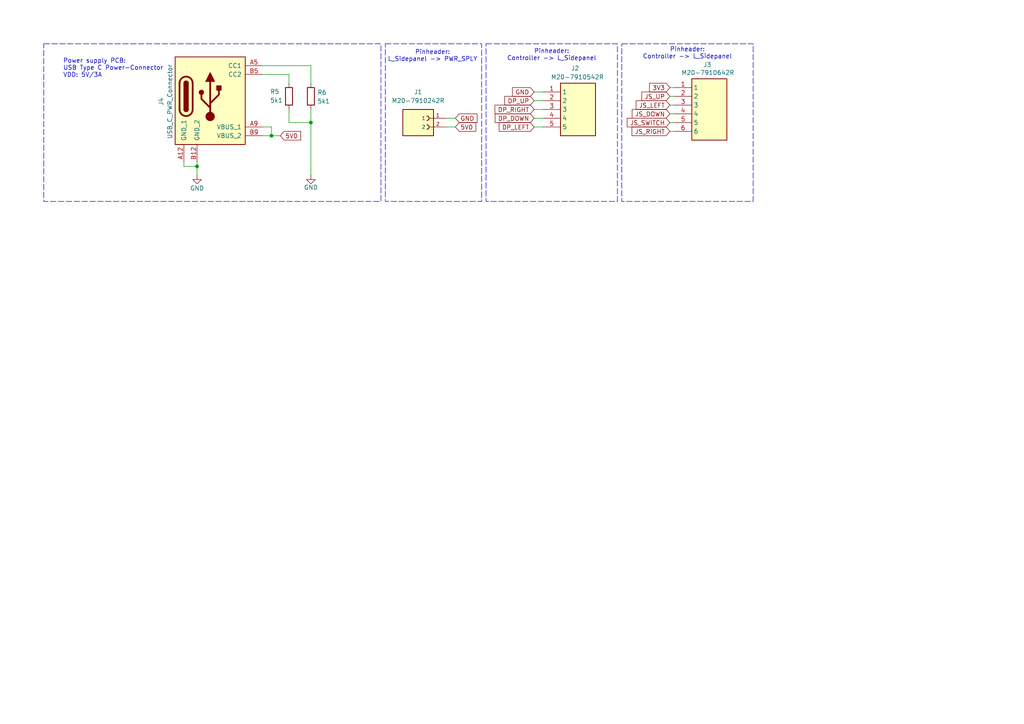
<source format=kicad_sch>
(kicad_sch (version 20250114) (generator "eeschema") (generator_version "9.0")
  (paper "A4")
  (lib_symbols
    (symbol "Device:R" (pin_numbers (hide yes)) (pin_names (offset 0))
      (property "Reference" "R" (at 2.032 0 90))
      (property "Value" "R" (at 0 0 90))
      (symbol "R_0_1"
        (rectangle (start -1.016 -2.54) (end 1.016 2.54) (stroke (width 0.254)))
      )
      (symbol "R_1_1"
        (pin passive line (at 0 3.81 270) (length 1.27) (name "~") (number "1"))
        (pin passive line (at 0 -3.81 90) (length 1.27) (name "~") (number "2"))
      )
    )
    (symbol "GND_4" (power) (pin_numbers (hide yes)) (pin_names (offset 0) (hide yes))
      (property "Value" "GND" (at 0 -3.81 0))
      (symbol "GND_4_0_1"
        (polyline (pts (xy 0 0) (xy 0 -1.27) (xy 1.27 -1.27) (xy 0 -2.54) (xy -1.27 -1.27) (xy 0 -1.27)))
      )
      (symbol "GND_4_1_1"
        (pin power_in line (at 0 0 270) (length 0) (name "~") (number "1"))
      )
    )
    (symbol "MiniArcadeLeftSidepanel:M20-7910242R" (pin_names (offset 1.016))
      (property "Reference" "J" (at -5.08 5.842 0))
      (property "Value" "M20-7910242R" (at -5.08 -5.08 0))
      (symbol "M20-7910242R_0_0"
        (rectangle (start -5.08 -2.54) (end 3.81 5.08) (stroke (width 0.254)) (fill (type background)))
        (arc (start 1.905 3.175) (mid 2.5372 2.54) (end 1.905 1.905) (stroke (width 0.254)))
        (arc (start 1.905 0.635) (mid 2.5372 0) (end 1.905 -0.635) (stroke (width 0.254)))
        (pin passive line (at 7.62 2.54 180) (length 5.08) (name "1") (number "1"))
        (pin passive line (at 7.62 0 180) (length 5.08) (name "2") (number "2"))
      )
    )
    (symbol "MiniArcadeLeftSidepanel:M20-7910542R"
      (property "Reference" "J" (at 16.51 7.62 0))
      (property "Value" "M20-7910542R" (at 16.51 5.08 0))
      (symbol "M20-7910542R_1_1"
        (rectangle (start 5.08 2.54) (end 15.24 -12.7) (stroke (width 0.254)) (fill (type background)))
        (pin passive line (at 0 0 0) (length 5.08) (name "1") (number "1"))
        (pin passive line (at 0 -2.54 0) (length 5.08) (name "2") (number "2"))
        (pin passive line (at 0 -5.08 0) (length 5.08) (name "3") (number "3"))
        (pin passive line (at 0 -7.62 0) (length 5.08) (name "4") (number "4"))
        (pin passive line (at 0 -10.16 0) (length 5.08) (name "5") (number "5"))
      )
    )
    (symbol "MiniArcadeLeftSidepanel:M20-7910642R"
      (property "Reference" "J" (at 16.51 7.62 0))
      (property "Value" "M20-7910642R" (at 16.51 5.08 0))
      (symbol "M20-7910642R_1_1"
        (rectangle (start 5.08 2.54) (end 15.24 -15.24) (stroke (width 0.254)) (fill (type background)))
        (pin passive line (at 0 0 0) (length 5.08) (name "1") (number "1"))
        (pin passive line (at 0 -2.54 0) (length 5.08) (name "2") (number "2"))
        (pin passive line (at 0 -5.08 0) (length 5.08) (name "3") (number "3"))
        (pin passive line (at 0 -7.62 0) (length 5.08) (name "4") (number "4"))
        (pin passive line (at 0 -10.16 0) (length 5.08) (name "5") (number "5"))
        (pin passive line (at 0 -12.7 0) (length 5.08) (name "6") (number "6"))
      )
    )
    (symbol "MiniArcadePwrSupply:USB_C_PWR_CONNECTOR" (pin_names (offset 1.016))
      (property "Reference" "J" (at 0 17.526 0))
      (property "Value" "USB_C_PWR_Connector" (at 0 14.986 0))
      (symbol "USB_C_PWR_CONNECTOR_0_1"
        (rectangle (start -10.16 13.97) (end 10.16 -11.43) (stroke (width 0.254)) (fill (type background)))
        (polyline (pts (xy -8.89 -1.27) (xy -8.89 6.35)) (stroke (width 0.508)))
        (rectangle (start -7.62 -1.27) (end -6.35 6.35) (stroke (width 0.254)) (fill (type outline)))
        (arc (start -7.62 6.35) (mid -6.985 6.9823) (end -6.35 6.35) (stroke (width 0.254)))
        (arc (start -7.62 6.35) (mid -6.985 6.9823) (end -6.35 6.35) (stroke (width 0.254)) (fill (type outline)))
        (arc (start -8.89 6.35) (mid -6.985 8.2467) (end -5.08 6.35) (stroke (width 0.508)))
        (arc (start -5.08 -1.27) (mid -6.985 -3.1667) (end -8.89 -1.27) (stroke (width 0.508)))
        (arc (start -6.35 -1.27) (mid -6.985 -1.9023) (end -7.62 -1.27) (stroke (width 0.254)))
        (arc (start -6.35 -1.27) (mid -6.985 -1.9023) (end -7.62 -1.27) (stroke (width 0.254)) (fill (type outline)))
        (polyline (pts (xy -5.08 6.35) (xy -5.08 -1.27)) (stroke (width 0.508)))
        (circle (center -2.54 3.683) (radius 0.635) (stroke (width 0.254)) (fill (type outline)))
        (polyline (pts (xy -1.27 6.858) (xy 0 9.398) (xy 1.27 6.858) (xy -1.27 6.858)) (stroke (width 0.254)) (fill (type outline)))
        (polyline (pts (xy 0 0.508) (xy 2.54 3.048) (xy 2.54 4.318)) (stroke (width 0.508)))
        (polyline (pts (xy 0 -0.762) (xy -2.54 1.778) (xy -2.54 3.048)) (stroke (width 0.508)))
        (polyline (pts (xy 0 -3.302) (xy 0 6.858)) (stroke (width 0.508)))
        (circle (center 0 -3.302) (radius 1.27) (fill (type outline)))
        (rectangle (start 1.905 4.318) (end 3.175 5.588) (stroke (width 0.254)) (fill (type outline)))
      )
      (symbol "USB_C_PWR_CONNECTOR_1_1"
        (pin passive line (at -7.62 -16.51 90) (length 5.08) (name "GND_1") (number "A12"))
        (pin passive line (at -3.81 -16.51 90) (length 5.08) (name "GND_2") (number "B12"))
        (pin bidirectional line (at 15.24 11.43 180) (length 5.08) (name "CC1") (number "A5"))
        (pin bidirectional line (at 15.24 8.89 180) (length 5.08) (name "CC2") (number "B5"))
        (pin passive line (at 15.24 -6.35 180) (length 5.08) (name "VBUS_1") (number "A9"))
        (pin passive line (at 15.24 -8.89 180) (length 5.08) (name "VBUS_2") (number "B9"))
      )
    )
    (symbol "power:GND" (power) (pin_names (offset 0))
      (property "Value" "GND" (at 0 -3.81 0))
      (symbol "GND_0_1"
        (polyline (pts (xy 0 0) (xy 0 -1.27) (xy 1.27 -1.27) (xy 0 -2.54) (xy -1.27 -1.27) (xy 0 -1.27)))
      )
      (symbol "GND_1_1"
        (pin power_in line (at 0 0 270) (length 0) (hide yes) (name "GND") (number "1"))
      )
    )
  )
  (rectangle (start 12.7 12.7) (end 110.49 58.42) (stroke (width 0) (type dash)))
  (rectangle (start 140.97 12.7) (end 179.07 58.42) (stroke (width 0) (type dash)))
  (rectangle (start 111.76 12.7) (end 139.7 58.42) (stroke (width 0) (type dash)))
  (rectangle (start 180.34 12.7) (end 218.44 58.42) (stroke (width 0) (type dash)))
  (text "Pinheader:\nController -> L_Sidepanel\n\n" (at 160.02 17.018 0) (effects (font (size 1.27 1.27))))
  (text "Pinheader:\nL_Sidepanel -> PWR_SPLY\n\n" (at 125.476 17.272 0) (effects (font (size 1.27 1.27))))
  (text "Pinheader:\nController -> L_Sidepanel\n\n" (at 199.39 16.51 0) (effects (font (size 1.27 1.27))))
  (text "Power supply PCB:\nUSB Type C Power-Connector\nVDD: 5V/3A" (at 18.288 22.606 0) (effects (font (size 1.27 1.27)) (justify left bottom)))
  (junction (at 57.15 48.26))
  (junction (at 90.17 35.56))
  (junction (at 78.74 39.37))
  (wire (pts (xy 83.82 31.75) (xy 83.82 35.56)))
  (wire (pts (xy 76.2 19.05) (xy 90.17 19.05)))
  (wire (pts (xy 194.31 30.48) (xy 195.58 30.48)))
  (wire (pts (xy 76.2 21.59) (xy 83.82 21.59)))
  (wire (pts (xy 194.31 25.4) (xy 195.58 25.4)))
  (wire (pts (xy 83.82 21.59) (xy 83.82 24.13)))
  (wire (pts (xy 194.31 38.1) (xy 195.58 38.1)))
  (wire (pts (xy 129.54 36.83) (xy 132.08 36.83)))
  (wire (pts (xy 57.15 48.26) (xy 57.15 46.99)))
  (wire (pts (xy 76.2 39.37) (xy 78.74 39.37)))
  (wire (pts (xy 53.34 46.99) (xy 53.34 48.26)))
  (wire (pts (xy 194.31 35.56) (xy 195.58 35.56)))
  (wire (pts (xy 90.17 35.56) (xy 90.17 50.8)))
  (wire (pts (xy 154.94 36.83) (xy 157.48 36.83)))
  (wire (pts (xy 83.82 35.56) (xy 90.17 35.56)))
  (wire (pts (xy 78.74 36.83) (xy 78.74 39.37)))
  (wire (pts (xy 90.17 19.05) (xy 90.17 24.13)))
  (wire (pts (xy 154.94 31.75) (xy 157.48 31.75)))
  (wire (pts (xy 57.15 48.26) (xy 57.15 50.8)))
  (wire (pts (xy 76.2 36.83) (xy 78.74 36.83)))
  (wire (pts (xy 78.74 39.37) (xy 81.28 39.37)))
  (wire (pts (xy 154.94 34.29) (xy 157.48 34.29)))
  (wire (pts (xy 129.54 34.29) (xy 132.08 34.29)))
  (wire (pts (xy 53.34 48.26) (xy 57.15 48.26)))
  (wire (pts (xy 154.94 26.67) (xy 157.48 26.67)))
  (wire (pts (xy 154.94 29.21) (xy 157.48 29.21)))
  (wire (pts (xy 90.17 31.75) (xy 90.17 35.56)))
  (wire (pts (xy 194.31 27.94) (xy 195.58 27.94)))
  (wire (pts (xy 194.31 33.02) (xy 195.58 33.02)))
  (global_label "DP_DOWN" (shape input) (at 154.94 34.29 180) (property "Intersheetrefs" "${INTERSHEET_REFS}" (effects (hide yes))))
  (global_label "GND" (shape input) (at 154.94 26.67 180) (property "Intersheetrefs" "${INTERSHEET_REFS}" (effects (hide yes))))
  (global_label "GND" (shape input) (at 132.08 34.29 0) (property "Intersheetrefs" "${INTERSHEET_REFS}" (effects (hide yes))))
  (global_label "JS_LEFT" (shape input) (at 194.31 30.48 180) (property "Intersheetrefs" "${INTERSHEET_REFS}" (effects (hide yes))))
  (global_label "DP_LEFT" (shape input) (at 154.94 36.83 180) (property "Intersheetrefs" "${INTERSHEET_REFS}" (effects (hide yes))))
  (global_label "5V0" (shape input) (at 81.28 39.37 0) (property "Intersheetrefs" "${INTERSHEET_REFS}" (effects (hide yes))))
  (global_label "DP_UP" (shape input) (at 154.94 29.21 180) (property "Intersheetrefs" "${INTERSHEET_REFS}" (effects (hide yes))))
  (global_label "JS_UP" (shape input) (at 194.31 27.94 180) (property "Intersheetrefs" "${INTERSHEET_REFS}" (effects (hide yes))))
  (global_label "3V3" (shape input) (at 194.31 25.4 180) (property "Intersheetrefs" "${INTERSHEET_REFS}" (effects (hide yes))))
  (global_label "JS_DOWN" (shape input) (at 194.31 33.02 180) (property "Intersheetrefs" "${INTERSHEET_REFS}" (effects (hide yes))))
  (global_label "5V0" (shape input) (at 132.08 36.83 0) (property "Intersheetrefs" "${INTERSHEET_REFS}" (effects (hide yes))))
  (global_label "JS_SWITCH" (shape input) (at 194.31 35.56 180) (property "Intersheetrefs" "${INTERSHEET_REFS}" (effects (hide yes))))
  (global_label "JS_RIGHT" (shape input) (at 194.31 38.1 180) (property "Intersheetrefs" "${INTERSHEET_REFS}" (effects (hide yes))))
  (global_label "DP_RIGHT" (shape input) (at 154.94 31.75 180) (property "Intersheetrefs" "${INTERSHEET_REFS}" (effects (hide yes))))
  (symbol (lib_id "power:GND") (at 57.15 50.8 0) (unit 1)
    (property "Reference" "#PWR08" (effects (hide yes)))
    (property "Value" "GND" (at 57.15 54.61 0))
  )
  (symbol (lib_id "MiniArcadeLeftSidepanel:M20-7910542R") (at 157.48 26.67 0) (unit 1)
    (property "Reference" "J2" (at 165.608 19.812 0) (effects (justify left)))
    (property "Value" "M20-7910542R" (at 159.766 22.352 0) (effects (justify left)))
    (property "Footprint" "M207910542R" (effects (hide yes)))
    (property "Datasheet" "https://cdn.harwin.com/pdfs/M20-791R.pdf" (effects (hide yes)))
    (property "Description" "2.54mm (0.1\") Pitch SIL Horizontal SMT Socket Assembly, selective gold + tin (Tape & Reel packing), 5 contacts" (effects (hide yes)))
    (property "Height" "2.65" (effects (hide yes)))
    (property "Mouser Part Number" "855-M20-7910542R" (effects (hide yes)))
    (property "Mouser Price/Stock" "https://www.mouser.co.uk/ProductDetail/Harwin/M20-7910542R?qs=k41KVqW3ymo1Rw%252BkrmwYbQ%3D%3D" (effects (hide yes)))
    (property "Manufacturer_Name" "Harwin" (effects (hide yes)))
    (property "Manufacturer_Part_Number" "M20-7910542R" (effects (hide yes)))
  )
  (symbol (lib_id "MiniArcadePwrSupply:USB_C_PWR_CONNECTOR") (at 60.96 30.48 0) (unit 1)
    (property "Reference" "J4" (at 46.736 29.464 90))
    (property "Value" "USB_C_PWR_Connector" (at 49.276 29.464 90))
    (property "Footprint" "MiniArcadeLeftSidepanel:USB4125GFA" (effects (hide yes)))
    (property "Datasheet" "https://www.usb.org/sites/default/files/documents/usb_type-c.zip" (effects (hide yes)))
    (property "Description" "USB Power-Only 6P Type-C Receptacle connector" (effects (hide yes)))
  )
  (symbol (lib_id "Device:R") (at 83.82 27.94 0) (unit 1)
    (property "Reference" "R5" (at 78.3382 26.5685 0) (effects (justify left)))
    (property "Value" "5k1" (at 78.3382 29.1085 0) (effects (justify left)))
    (property "Footprint" "Resistor_SMD:R_0603_1608Metric_Pad0.98x0.95mm_HandSolder" (effects (hide yes)))
  )
  (symbol (lib_id "MiniArcadeLeftSidepanel:M20-7910642R") (at 195.58 25.4 0) (unit 1)
    (property "Reference" "J3" (at 203.962 18.796 0) (effects (justify left)))
    (property "Value" "M20-7910642R" (at 197.612 21.082 0) (effects (justify left)))
    (property "Footprint" "M207910642R" (effects (hide yes)))
    (property "Datasheet" "https://cdn.harwin.com/pdfs/M20-791R.pdf" (effects (hide yes)))
    (property "Description" "2.54mm (0.1\") Pitch SIL Horizontal SMT Socket Assembly, selective gold + tin (Tape & Reel packing), 6 contacts" (effects (hide yes)))
    (property "Height" "2.65" (effects (hide yes)))
    (property "Mouser Part Number" "855-M20-7910642R" (effects (hide yes)))
    (property "Mouser Price/Stock" "https://www.mouser.co.uk/ProductDetail/Harwin/M20-7910642R?qs=k41KVqW3ymovSPRowkWy%2Fg%3D%3D" (effects (hide yes)))
    (property "Manufacturer_Name" "Harwin" (effects (hide yes)))
    (property "Manufacturer_Part_Number" "M20-7910642R" (effects (hide yes)))
  )
  (symbol (lib_id "Device:R") (at 90.17 27.94 0) (unit 1)
    (property "Reference" "R6" (at 92.0542 26.8225 0) (effects (justify left)))
    (property "Value" "5k1" (at 92.0542 29.3625 0) (effects (justify left)))
    (property "Footprint" "Resistor_SMD:R_0603_1608Metric_Pad0.98x0.95mm_HandSolder" (effects (hide yes)))
  )
  (symbol (lib_name "GND_4") (lib_id "power:GND") (at 90.17 50.8 0) (unit 1)
    (property "Reference" "#PWR06" (effects (hide yes)))
    (property "Value" "GND" (at 90.17 54.356 0))
    (property "Description" "Power symbol creates a global label with name \"GND\" , ground" (effects (hide yes)))
  )
  (symbol (lib_id "MiniArcadeLeftSidepanel:M20-7910242R") (at 121.92 36.83 0) (unit 1)
    (property "Reference" "J1" (at 121.285 26.67 0))
    (property "Value" "M20-7910242R" (at 121.285 29.21 0))
    (property "Footprint" "MiniArcadeLeftSidepanel:HARWIN_M20-7910242R" (effects (hide yes)))
    (property "MF" "Harwin" (effects (hide yes)))
    (property "MAXIMUM_PACKAGE_HEIGHT" "2.65mm" (effects (hide yes)))
    (property "Package" "None" (effects (hide yes)))
    (property "Price" "None" (effects (hide yes)))
    (property "Check_prices" "https://www.snapeda.com/parts/M20-7910242R/Harwin/view-part/?ref=eda" (effects (hide yes)))
    (property "STANDARD" "Manufacturer Recommendations" (effects (hide yes)))
    (property "PARTREV" "3" (effects (hide yes)))
    (property "SnapEDA_Link" "https://www.snapeda.com/parts/M20-7910242R/Harwin/view-part/?ref=snap" (effects (hide yes)))
    (property "MP" "M20-7910242R" (effects (hide yes)))
    (property "Description_1" "2.54mm (0.1) Pitch SIL Horizontal SMT Socket Assembly, selective gold + tin (Tape & Reel packing), 2 contacts" (effects (hide yes)))
    (property "Availability" "In Stock" (effects (hide yes)))
    (property "MANUFACTURER" "Harwin" (effects (hide yes)))
  )
)
</source>
